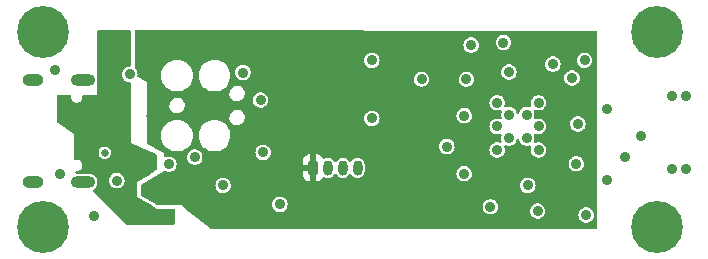
<source format=gbr>
%TF.GenerationSoftware,KiCad,Pcbnew,7.0.10*%
%TF.CreationDate,2024-02-24T20:23:48+01:00*%
%TF.ProjectId,STM32,53544d33-322e-46b6-9963-61645f706362,Rev01*%
%TF.SameCoordinates,Original*%
%TF.FileFunction,Copper,L3,Inr*%
%TF.FilePolarity,Positive*%
%FSLAX46Y46*%
G04 Gerber Fmt 4.6, Leading zero omitted, Abs format (unit mm)*
G04 Created by KiCad (PCBNEW 7.0.10) date 2024-02-24 20:23:48*
%MOMM*%
%LPD*%
G01*
G04 APERTURE LIST*
G04 Aperture macros list*
%AMRoundRect*
0 Rectangle with rounded corners*
0 $1 Rounding radius*
0 $2 $3 $4 $5 $6 $7 $8 $9 X,Y pos of 4 corners*
0 Add a 4 corners polygon primitive as box body*
4,1,4,$2,$3,$4,$5,$6,$7,$8,$9,$2,$3,0*
0 Add four circle primitives for the rounded corners*
1,1,$1+$1,$2,$3*
1,1,$1+$1,$4,$5*
1,1,$1+$1,$6,$7*
1,1,$1+$1,$8,$9*
0 Add four rect primitives between the rounded corners*
20,1,$1+$1,$2,$3,$4,$5,0*
20,1,$1+$1,$4,$5,$6,$7,0*
20,1,$1+$1,$6,$7,$8,$9,0*
20,1,$1+$1,$8,$9,$2,$3,0*%
G04 Aperture macros list end*
%TA.AperFunction,ComponentPad*%
%ADD10C,4.400000*%
%TD*%
%TA.AperFunction,ComponentPad*%
%ADD11O,2.100000X1.000000*%
%TD*%
%TA.AperFunction,ComponentPad*%
%ADD12O,1.800000X1.000000*%
%TD*%
%TA.AperFunction,ComponentPad*%
%ADD13RoundRect,0.200000X-0.200000X-0.450000X0.200000X-0.450000X0.200000X0.450000X-0.200000X0.450000X0*%
%TD*%
%TA.AperFunction,ComponentPad*%
%ADD14O,0.800000X1.300000*%
%TD*%
%TA.AperFunction,ViaPad*%
%ADD15C,0.900000*%
%TD*%
%TA.AperFunction,ViaPad*%
%ADD16C,0.650000*%
%TD*%
%TA.AperFunction,ViaPad*%
%ADD17C,1.000000*%
%TD*%
G04 APERTURE END LIST*
D10*
%TO.N,GND*%
%TO.C,H4*%
X122500000Y-50500000D03*
%TD*%
%TO.N,GND*%
%TO.C,H3*%
X122500000Y-67000000D03*
%TD*%
%TO.N,GND*%
%TO.C,H2*%
X174500000Y-67000000D03*
%TD*%
%TO.N,GND*%
%TO.C,H1*%
X174500000Y-50500000D03*
%TD*%
D11*
%TO.N,GND*%
%TO.C,J3*%
X125872107Y-54572893D03*
D12*
X121692107Y-54572893D03*
D11*
X125872107Y-63212893D03*
D12*
X121692107Y-63212893D03*
%TD*%
D13*
%TO.N,+3V3*%
%TO.C,J1*%
X145392107Y-61992893D03*
D14*
%TO.N,/UART_TXC*%
X146642107Y-61992893D03*
%TO.N,/UART_RXC*%
X147892107Y-61992893D03*
%TO.N,GND*%
X149142107Y-61992893D03*
%TD*%
D15*
%TO.N,+3V3*%
X158300000Y-59350000D03*
D16*
%TO.N,GND*%
X127746315Y-60713685D03*
D15*
X163467107Y-59492893D03*
X161967107Y-59492893D03*
X163467107Y-57492893D03*
X161967107Y-57492893D03*
X164467107Y-60492893D03*
X164467107Y-58492893D03*
X164467107Y-56492893D03*
X160967107Y-58492893D03*
X160967107Y-60492893D03*
X160967107Y-56492893D03*
X158767107Y-51617893D03*
%TO.N,+3V3*%
X146767107Y-55192893D03*
X160182551Y-54174987D03*
%TO.N,GND*%
X140934214Y-56265786D03*
X150360000Y-57822893D03*
D17*
%TO.N,+3V3*%
X131700000Y-57600000D03*
D15*
X146760000Y-57900000D03*
D17*
X167464314Y-56504314D03*
D15*
X146767107Y-64192893D03*
D17*
X144867107Y-64092893D03*
X162300000Y-65400000D03*
D15*
X164110000Y-54000000D03*
X131560000Y-63900000D03*
X143787107Y-54792893D03*
X155360000Y-57700000D03*
D17*
X131067107Y-52092893D03*
D15*
X152560000Y-57700000D03*
X143787107Y-56392893D03*
%TO.N,GND*%
X176960000Y-55900000D03*
X175760000Y-55900000D03*
X176960000Y-62100000D03*
X123960000Y-62500000D03*
X126837107Y-66112893D03*
X150360000Y-52900000D03*
X160385000Y-65300000D03*
X171760000Y-61100000D03*
X137760000Y-63500000D03*
X173160000Y-59300000D03*
X170300000Y-63000000D03*
X170300000Y-57000000D03*
X129860000Y-54100000D03*
X175760000Y-62100000D03*
X161500000Y-51400000D03*
X123560000Y-53700000D03*
D17*
%TO.N,+5V*%
X129760000Y-64900000D03*
D15*
X129067107Y-56092893D03*
X128767107Y-51992893D03*
D17*
X124500000Y-57592893D03*
D15*
%TO.N,/SWD_NRST*%
X135360000Y-61100000D03*
X141147107Y-60702893D03*
%TO.N,/SMPS_FB*%
X167800000Y-58300000D03*
X168360000Y-52900000D03*
%TO.N,/RF*%
X167660000Y-61663952D03*
X163560000Y-63500000D03*
%TO.N,/LSE_IN*%
X154560000Y-54500000D03*
X158360000Y-54500000D03*
%TO.N,/BOOT*%
X142567107Y-65092893D03*
X158167107Y-57592893D03*
%TO.N,Net-(J4-SWO)*%
X139441535Y-53941535D03*
X161960000Y-53900000D03*
%TO.N,/UART_TX*%
X156700000Y-60200000D03*
X158160000Y-62500000D03*
%TO.N,/USB_D+*%
X128767107Y-63092893D03*
X165689098Y-53228036D03*
%TO.N,/USB_D-*%
X133160000Y-61700000D03*
X167300000Y-54400000D03*
%TO.N,Net-(X1-Pad2)*%
X168500000Y-66000000D03*
X164390331Y-65669669D03*
%TD*%
%TA.AperFunction,Conductor*%
%TO.N,+5V*%
G36*
X129869798Y-50332982D02*
G01*
X129915925Y-50385462D01*
X129927496Y-50437382D01*
X129936520Y-53325113D01*
X129917045Y-53392213D01*
X129864385Y-53438133D01*
X129812521Y-53449500D01*
X129781014Y-53449500D01*
X129627634Y-53487303D01*
X129487762Y-53560715D01*
X129369516Y-53665471D01*
X129279781Y-53795475D01*
X129279780Y-53795476D01*
X129223762Y-53943181D01*
X129204722Y-54099999D01*
X129204722Y-54100000D01*
X129223762Y-54256818D01*
X129267075Y-54371022D01*
X129279780Y-54404523D01*
X129369517Y-54534530D01*
X129487760Y-54639283D01*
X129487762Y-54639284D01*
X129627634Y-54712696D01*
X129781014Y-54750500D01*
X129817361Y-54750500D01*
X129884400Y-54770185D01*
X129930155Y-54822989D01*
X129941360Y-54874112D01*
X129957106Y-59912892D01*
X129957107Y-59912893D01*
X132073756Y-60860069D01*
X132126907Y-60905419D01*
X132147103Y-60972306D01*
X132147107Y-60973253D01*
X132147107Y-62124343D01*
X132127422Y-62191382D01*
X132089057Y-62229351D01*
X131364021Y-62684709D01*
X130507107Y-63222893D01*
X130507107Y-64502893D01*
X131571572Y-65108426D01*
X132177106Y-65452893D01*
X132188011Y-65452964D01*
X133583919Y-65462087D01*
X133650827Y-65482209D01*
X133696236Y-65535311D01*
X133707107Y-65586084D01*
X133707107Y-66688893D01*
X133687422Y-66755932D01*
X133634618Y-66801687D01*
X133583107Y-66812893D01*
X129599206Y-66812893D01*
X129532167Y-66793208D01*
X129510642Y-66775682D01*
X126782438Y-63991674D01*
X126749575Y-63930015D01*
X126755265Y-63860378D01*
X126797700Y-63804871D01*
X126800520Y-63802864D01*
X126890036Y-63741076D01*
X127002841Y-63613745D01*
X127081897Y-63463118D01*
X127122607Y-63297949D01*
X127122607Y-63127837D01*
X127113994Y-63092893D01*
X128111829Y-63092893D01*
X128130869Y-63249711D01*
X128149164Y-63297949D01*
X128186887Y-63397416D01*
X128276624Y-63527423D01*
X128394867Y-63632176D01*
X128394869Y-63632177D01*
X128534741Y-63705589D01*
X128688121Y-63743393D01*
X128688122Y-63743393D01*
X128846092Y-63743393D01*
X128999472Y-63705589D01*
X129139347Y-63632176D01*
X129257590Y-63527423D01*
X129347327Y-63397416D01*
X129403344Y-63249711D01*
X129422385Y-63092893D01*
X129403344Y-62936075D01*
X129347327Y-62788370D01*
X129257590Y-62658363D01*
X129139347Y-62553610D01*
X129139345Y-62553609D01*
X129139344Y-62553608D01*
X128999472Y-62480196D01*
X128846093Y-62442393D01*
X128846092Y-62442393D01*
X128688122Y-62442393D01*
X128688121Y-62442393D01*
X128534741Y-62480196D01*
X128394869Y-62553608D01*
X128276623Y-62658364D01*
X128186888Y-62788368D01*
X128186887Y-62788369D01*
X128130869Y-62936074D01*
X128111829Y-63092892D01*
X128111829Y-63092893D01*
X127113994Y-63092893D01*
X127081897Y-62962668D01*
X127067129Y-62934530D01*
X127002843Y-62812043D01*
X126981870Y-62788370D01*
X126890036Y-62684710D01*
X126840284Y-62650368D01*
X126750038Y-62588075D01*
X126590981Y-62527753D01*
X126590975Y-62527752D01*
X126464481Y-62512393D01*
X126464479Y-62512393D01*
X125384908Y-62512393D01*
X125317869Y-62492708D01*
X125296346Y-62475184D01*
X125290466Y-62469184D01*
X125257602Y-62407526D01*
X125263290Y-62337888D01*
X125305724Y-62282380D01*
X125371432Y-62258626D01*
X125379028Y-62258393D01*
X125406115Y-62258393D01*
X125406118Y-62258393D01*
X125507449Y-62243824D01*
X125604994Y-62199276D01*
X125631821Y-62187025D01*
X125631821Y-62187024D01*
X125631825Y-62187023D01*
X125735162Y-62097482D01*
X125809085Y-61982454D01*
X125847607Y-61851260D01*
X125847607Y-61714526D01*
X125809085Y-61583333D01*
X125809086Y-61583333D01*
X125735164Y-61468306D01*
X125735160Y-61468302D01*
X125631828Y-61378765D01*
X125631821Y-61378760D01*
X125507452Y-61321963D01*
X125507450Y-61321962D01*
X125507449Y-61321962D01*
X125507444Y-61321961D01*
X125507443Y-61321961D01*
X125406118Y-61307393D01*
X125338096Y-61307393D01*
X125338092Y-61307393D01*
X125285218Y-61314995D01*
X125216060Y-61305051D01*
X125163257Y-61259295D01*
X125143574Y-61192647D01*
X125142077Y-60713685D01*
X127216280Y-60713685D01*
X127234341Y-60850866D01*
X127234342Y-60850871D01*
X127287289Y-60978700D01*
X127287290Y-60978702D01*
X127287291Y-60978703D01*
X127371524Y-61088476D01*
X127481297Y-61172709D01*
X127609132Y-61225659D01*
X127732017Y-61241837D01*
X127746314Y-61243720D01*
X127746315Y-61243720D01*
X127746316Y-61243720D01*
X127759262Y-61242015D01*
X127883498Y-61225659D01*
X128011333Y-61172709D01*
X128121106Y-61088476D01*
X128205339Y-60978703D01*
X128258289Y-60850868D01*
X128276350Y-60713685D01*
X128258289Y-60576502D01*
X128205339Y-60448668D01*
X128121106Y-60338894D01*
X128121104Y-60338893D01*
X128121104Y-60338892D01*
X128011330Y-60254659D01*
X127883501Y-60201712D01*
X127883499Y-60201711D01*
X127883498Y-60201711D01*
X127792042Y-60189670D01*
X127746316Y-60183650D01*
X127746314Y-60183650D01*
X127677723Y-60192680D01*
X127609132Y-60201711D01*
X127609131Y-60201711D01*
X127609128Y-60201712D01*
X127481300Y-60254659D01*
X127371524Y-60338894D01*
X127287289Y-60448670D01*
X127234342Y-60576498D01*
X127234341Y-60576503D01*
X127216280Y-60713684D01*
X127216280Y-60713685D01*
X125142077Y-60713685D01*
X125137107Y-59122893D01*
X125137106Y-59122892D01*
X123744959Y-58239599D01*
X123698898Y-58187062D01*
X123687392Y-58134379D01*
X123694292Y-56478392D01*
X123696590Y-55926736D01*
X123716554Y-55859784D01*
X123769548Y-55814249D01*
X123820953Y-55803258D01*
X124772975Y-55806066D01*
X124839954Y-55825948D01*
X124885553Y-55878886D01*
X124896607Y-55930065D01*
X124896607Y-56071260D01*
X124935128Y-56202452D01*
X124935127Y-56202452D01*
X125009049Y-56317479D01*
X125009053Y-56317483D01*
X125112385Y-56407020D01*
X125112392Y-56407025D01*
X125209934Y-56451570D01*
X125236765Y-56463824D01*
X125338096Y-56478393D01*
X125338099Y-56478393D01*
X125406115Y-56478393D01*
X125406118Y-56478393D01*
X125507449Y-56463824D01*
X125631825Y-56407023D01*
X125735162Y-56317482D01*
X125809085Y-56202454D01*
X125847607Y-56071260D01*
X125847607Y-55934526D01*
X125847607Y-55933602D01*
X125867292Y-55866563D01*
X125920096Y-55820808D01*
X125971970Y-55809603D01*
X127080805Y-55812874D01*
X127087106Y-55812893D01*
X127087106Y-55812892D01*
X127087107Y-55812893D01*
X127089226Y-54808168D01*
X127092827Y-54778769D01*
X127122607Y-54657949D01*
X127122607Y-54487837D01*
X127093814Y-54371021D01*
X127090212Y-54341085D01*
X127090721Y-54099999D01*
X127097107Y-51072893D01*
X127097107Y-50456019D01*
X127116792Y-50388980D01*
X127169596Y-50343225D01*
X127220226Y-50332022D01*
X129802623Y-50313772D01*
X129869798Y-50332982D01*
G37*
%TD.AperFunction*%
%TD*%
%TA.AperFunction,Conductor*%
%TO.N,+3V3*%
G36*
X169323424Y-50402577D02*
G01*
X169390413Y-50422433D01*
X169436033Y-50475354D01*
X169447107Y-50526577D01*
X169447107Y-67038893D01*
X169427422Y-67105932D01*
X169374618Y-67151687D01*
X169323107Y-67162893D01*
X136721745Y-67162893D01*
X136654706Y-67143208D01*
X136642711Y-67134442D01*
X134915292Y-65705589D01*
X134247107Y-65152893D01*
X134247105Y-65152893D01*
X132239081Y-65152893D01*
X132179119Y-65137431D01*
X132098500Y-65092893D01*
X141911829Y-65092893D01*
X141930869Y-65249711D01*
X141983052Y-65387303D01*
X141986887Y-65397416D01*
X142076624Y-65527423D01*
X142194867Y-65632176D01*
X142194869Y-65632177D01*
X142334741Y-65705589D01*
X142488121Y-65743393D01*
X142488122Y-65743393D01*
X142646092Y-65743393D01*
X142799472Y-65705589D01*
X142939347Y-65632176D01*
X143057590Y-65527423D01*
X143147327Y-65397416D01*
X143184272Y-65300000D01*
X159729722Y-65300000D01*
X159748762Y-65456818D01*
X159797787Y-65586084D01*
X159804780Y-65604523D01*
X159894517Y-65734530D01*
X160012760Y-65839283D01*
X160012762Y-65839284D01*
X160152634Y-65912696D01*
X160306014Y-65950500D01*
X160306015Y-65950500D01*
X160463985Y-65950500D01*
X160617365Y-65912696D01*
X160757240Y-65839283D01*
X160875483Y-65734530D01*
X160920253Y-65669669D01*
X163735053Y-65669669D01*
X163754093Y-65826487D01*
X163801126Y-65950500D01*
X163810111Y-65974192D01*
X163899848Y-66104199D01*
X164018091Y-66208952D01*
X164018093Y-66208953D01*
X164157965Y-66282365D01*
X164311345Y-66320169D01*
X164311346Y-66320169D01*
X164469316Y-66320169D01*
X164622696Y-66282365D01*
X164762571Y-66208952D01*
X164880814Y-66104199D01*
X164952737Y-66000000D01*
X167844722Y-66000000D01*
X167863762Y-66156818D01*
X167919780Y-66304523D01*
X168009517Y-66434530D01*
X168127760Y-66539283D01*
X168127762Y-66539284D01*
X168267634Y-66612696D01*
X168421014Y-66650500D01*
X168421015Y-66650500D01*
X168578985Y-66650500D01*
X168732365Y-66612696D01*
X168872240Y-66539283D01*
X168990483Y-66434530D01*
X169080220Y-66304523D01*
X169136237Y-66156818D01*
X169155278Y-66000000D01*
X169152145Y-65974193D01*
X169136237Y-65843181D01*
X169098392Y-65743393D01*
X169080220Y-65695477D01*
X168990483Y-65565470D01*
X168872240Y-65460717D01*
X168872238Y-65460716D01*
X168872237Y-65460715D01*
X168732365Y-65387303D01*
X168578986Y-65349500D01*
X168578985Y-65349500D01*
X168421015Y-65349500D01*
X168421014Y-65349500D01*
X168267634Y-65387303D01*
X168127762Y-65460715D01*
X168009516Y-65565471D01*
X167919781Y-65695475D01*
X167919780Y-65695476D01*
X167863762Y-65843181D01*
X167844722Y-65999999D01*
X167844722Y-66000000D01*
X164952737Y-66000000D01*
X164970551Y-65974192D01*
X165026568Y-65826487D01*
X165045609Y-65669669D01*
X165026568Y-65512851D01*
X164970551Y-65365146D01*
X164880814Y-65235139D01*
X164762571Y-65130386D01*
X164762569Y-65130385D01*
X164762568Y-65130384D01*
X164622696Y-65056972D01*
X164469317Y-65019169D01*
X164469316Y-65019169D01*
X164311346Y-65019169D01*
X164311345Y-65019169D01*
X164157965Y-65056972D01*
X164018093Y-65130384D01*
X163899847Y-65235140D01*
X163810112Y-65365144D01*
X163810111Y-65365145D01*
X163754093Y-65512850D01*
X163735053Y-65669668D01*
X163735053Y-65669669D01*
X160920253Y-65669669D01*
X160965220Y-65604523D01*
X161021237Y-65456818D01*
X161040278Y-65300000D01*
X161033934Y-65247747D01*
X161021237Y-65143181D01*
X160974205Y-65019169D01*
X160965220Y-64995477D01*
X160875483Y-64865470D01*
X160757240Y-64760717D01*
X160757238Y-64760716D01*
X160757237Y-64760715D01*
X160617365Y-64687303D01*
X160463986Y-64649500D01*
X160463985Y-64649500D01*
X160306015Y-64649500D01*
X160306014Y-64649500D01*
X160152634Y-64687303D01*
X160012762Y-64760715D01*
X159894516Y-64865471D01*
X159804781Y-64995475D01*
X159804780Y-64995476D01*
X159748762Y-65143181D01*
X159729722Y-65299999D01*
X159729722Y-65300000D01*
X143184272Y-65300000D01*
X143203344Y-65249711D01*
X143222385Y-65092893D01*
X143218024Y-65056972D01*
X143203344Y-64936074D01*
X143176567Y-64865470D01*
X143147327Y-64788370D01*
X143057590Y-64658363D01*
X142939347Y-64553610D01*
X142939345Y-64553609D01*
X142939344Y-64553608D01*
X142799472Y-64480196D01*
X142646093Y-64442393D01*
X142646092Y-64442393D01*
X142488122Y-64442393D01*
X142488121Y-64442393D01*
X142334741Y-64480196D01*
X142194869Y-64553608D01*
X142076623Y-64658364D01*
X141986888Y-64788368D01*
X141986887Y-64788369D01*
X141930869Y-64936074D01*
X141911829Y-65092892D01*
X141911829Y-65092893D01*
X132098500Y-65092893D01*
X130841145Y-64398270D01*
X130791984Y-64348622D01*
X130777107Y-64289732D01*
X130777107Y-63543526D01*
X130789888Y-63500000D01*
X137104722Y-63500000D01*
X137123762Y-63656818D01*
X137161542Y-63756433D01*
X137179780Y-63804523D01*
X137269517Y-63934530D01*
X137387760Y-64039283D01*
X137387762Y-64039284D01*
X137527634Y-64112696D01*
X137681014Y-64150500D01*
X137681015Y-64150500D01*
X137838985Y-64150500D01*
X137992365Y-64112696D01*
X138038790Y-64088330D01*
X138132240Y-64039283D01*
X138250483Y-63934530D01*
X138340220Y-63804523D01*
X138396237Y-63656818D01*
X138415278Y-63500000D01*
X162904722Y-63500000D01*
X162923762Y-63656818D01*
X162961542Y-63756433D01*
X162979780Y-63804523D01*
X163069517Y-63934530D01*
X163187760Y-64039283D01*
X163187762Y-64039284D01*
X163327634Y-64112696D01*
X163481014Y-64150500D01*
X163481015Y-64150500D01*
X163638985Y-64150500D01*
X163792365Y-64112696D01*
X163838790Y-64088330D01*
X163932240Y-64039283D01*
X164050483Y-63934530D01*
X164140220Y-63804523D01*
X164196237Y-63656818D01*
X164215278Y-63500000D01*
X164207613Y-63436868D01*
X164196237Y-63343181D01*
X164169619Y-63272995D01*
X164140220Y-63195477D01*
X164050483Y-63065470D01*
X163932240Y-62960717D01*
X163932238Y-62960716D01*
X163932237Y-62960715D01*
X163792365Y-62887303D01*
X163638986Y-62849500D01*
X163638985Y-62849500D01*
X163481015Y-62849500D01*
X163481014Y-62849500D01*
X163327634Y-62887303D01*
X163187762Y-62960715D01*
X163069516Y-63065471D01*
X162979781Y-63195475D01*
X162979780Y-63195476D01*
X162923762Y-63343181D01*
X162904722Y-63499999D01*
X162904722Y-63500000D01*
X138415278Y-63500000D01*
X138407613Y-63436868D01*
X138396237Y-63343181D01*
X138369619Y-63272995D01*
X138340220Y-63195477D01*
X138250483Y-63065470D01*
X138132240Y-62960717D01*
X138132238Y-62960716D01*
X138132237Y-62960715D01*
X137992365Y-62887303D01*
X137838986Y-62849500D01*
X137838985Y-62849500D01*
X137681015Y-62849500D01*
X137681014Y-62849500D01*
X137527634Y-62887303D01*
X137387762Y-62960715D01*
X137269516Y-63065471D01*
X137179781Y-63195475D01*
X137179780Y-63195476D01*
X137123762Y-63343181D01*
X137104722Y-63499999D01*
X137104722Y-63500000D01*
X130789888Y-63500000D01*
X130796792Y-63476487D01*
X130837860Y-63436868D01*
X132765205Y-62294020D01*
X132832908Y-62276760D01*
X132886075Y-62290884D01*
X132927634Y-62312696D01*
X133081014Y-62350500D01*
X133081015Y-62350500D01*
X133238985Y-62350500D01*
X133392365Y-62312696D01*
X133525362Y-62242893D01*
X144492108Y-62242893D01*
X144492108Y-62499475D01*
X144498515Y-62569995D01*
X144498516Y-62570000D01*
X144549088Y-62732289D01*
X144637034Y-62877770D01*
X144757229Y-62997965D01*
X144902711Y-63085912D01*
X144902710Y-63085912D01*
X145065001Y-63136483D01*
X145065000Y-63136483D01*
X145135515Y-63142891D01*
X145135533Y-63142892D01*
X145142106Y-63142891D01*
X145142107Y-63142891D01*
X145142107Y-62242893D01*
X144492108Y-62242893D01*
X133525362Y-62242893D01*
X133532240Y-62239283D01*
X133650483Y-62134530D01*
X133740220Y-62004523D01*
X133744631Y-61992893D01*
X145137209Y-61992893D01*
X145156612Y-62090438D01*
X145211867Y-62173133D01*
X145294562Y-62228388D01*
X145367483Y-62242893D01*
X145416731Y-62242893D01*
X145489652Y-62228388D01*
X145572347Y-62173133D01*
X145627602Y-62090438D01*
X145642107Y-62017516D01*
X145642107Y-63142892D01*
X145648688Y-63142892D01*
X145719209Y-63136484D01*
X145719214Y-63136483D01*
X145881503Y-63085911D01*
X146026984Y-62997965D01*
X146147178Y-62877771D01*
X146147181Y-62877767D01*
X146183866Y-62817083D01*
X146235393Y-62769895D01*
X146304252Y-62758056D01*
X146337436Y-62766671D01*
X146339266Y-62767429D01*
X146485345Y-62827937D01*
X146563726Y-62838256D01*
X146642106Y-62848575D01*
X146642107Y-62848575D01*
X146642108Y-62848575D01*
X146709861Y-62839655D01*
X146798869Y-62827937D01*
X146944948Y-62767429D01*
X147070389Y-62671175D01*
X147166643Y-62545734D01*
X147166642Y-62545734D01*
X147168731Y-62543013D01*
X147225159Y-62501810D01*
X147294905Y-62497655D01*
X147355825Y-62531867D01*
X147365483Y-62543013D01*
X147452808Y-62656818D01*
X147463825Y-62671175D01*
X147589266Y-62767429D01*
X147735345Y-62827937D01*
X147813726Y-62838256D01*
X147892106Y-62848575D01*
X147892107Y-62848575D01*
X147892108Y-62848575D01*
X147959861Y-62839655D01*
X148048869Y-62827937D01*
X148194948Y-62767429D01*
X148320389Y-62671175D01*
X148416643Y-62545734D01*
X148416642Y-62545734D01*
X148418731Y-62543013D01*
X148475159Y-62501810D01*
X148544905Y-62497655D01*
X148605825Y-62531867D01*
X148615483Y-62543013D01*
X148702808Y-62656818D01*
X148713825Y-62671175D01*
X148839266Y-62767429D01*
X148985345Y-62827937D01*
X149063726Y-62838256D01*
X149142106Y-62848575D01*
X149142107Y-62848575D01*
X149142108Y-62848575D01*
X149209861Y-62839655D01*
X149298869Y-62827937D01*
X149444948Y-62767429D01*
X149570389Y-62671175D01*
X149666643Y-62545734D01*
X149685587Y-62500000D01*
X157504722Y-62500000D01*
X157523762Y-62656818D01*
X157565712Y-62767429D01*
X157579780Y-62804523D01*
X157669517Y-62934530D01*
X157787760Y-63039283D01*
X157787762Y-63039284D01*
X157927634Y-63112696D01*
X158081014Y-63150500D01*
X158081015Y-63150500D01*
X158238985Y-63150500D01*
X158392365Y-63112696D01*
X158443399Y-63085911D01*
X158532240Y-63039283D01*
X158650483Y-62934530D01*
X158740220Y-62804523D01*
X158796237Y-62656818D01*
X158815278Y-62500000D01*
X158802019Y-62390797D01*
X158796237Y-62343181D01*
X158774992Y-62287164D01*
X158740220Y-62195477D01*
X158650483Y-62065470D01*
X158532240Y-61960717D01*
X158532238Y-61960716D01*
X158532237Y-61960715D01*
X158392365Y-61887303D01*
X158238986Y-61849500D01*
X158238985Y-61849500D01*
X158081015Y-61849500D01*
X158081014Y-61849500D01*
X157927634Y-61887303D01*
X157787762Y-61960715D01*
X157669516Y-62065471D01*
X157579781Y-62195475D01*
X157579780Y-62195476D01*
X157523762Y-62343181D01*
X157504722Y-62499999D01*
X157504722Y-62500000D01*
X149685587Y-62500000D01*
X149727151Y-62399655D01*
X149742607Y-62282254D01*
X149742607Y-61703532D01*
X149737396Y-61663952D01*
X167004722Y-61663952D01*
X167023762Y-61820770D01*
X167052373Y-61896209D01*
X167079780Y-61968475D01*
X167169517Y-62098482D01*
X167287760Y-62203235D01*
X167287762Y-62203236D01*
X167427634Y-62276648D01*
X167581014Y-62314452D01*
X167581015Y-62314452D01*
X167738985Y-62314452D01*
X167892365Y-62276648D01*
X168032240Y-62203235D01*
X168150483Y-62098482D01*
X168240220Y-61968475D01*
X168296237Y-61820770D01*
X168315278Y-61663952D01*
X168299564Y-61534530D01*
X168296237Y-61507133D01*
X168253891Y-61395477D01*
X168240220Y-61359429D01*
X168150483Y-61229422D01*
X168032240Y-61124669D01*
X168032238Y-61124668D01*
X168032237Y-61124667D01*
X167892365Y-61051255D01*
X167738986Y-61013452D01*
X167738985Y-61013452D01*
X167581015Y-61013452D01*
X167581014Y-61013452D01*
X167427634Y-61051255D01*
X167287762Y-61124667D01*
X167266625Y-61143393D01*
X167181153Y-61219114D01*
X167169516Y-61229423D01*
X167079781Y-61359427D01*
X167079780Y-61359428D01*
X167023762Y-61507133D01*
X167004722Y-61663951D01*
X167004722Y-61663952D01*
X149737396Y-61663952D01*
X149727151Y-61586131D01*
X149666643Y-61440052D01*
X149570389Y-61314611D01*
X149444948Y-61218357D01*
X149389300Y-61195307D01*
X149298869Y-61157849D01*
X149298867Y-61157848D01*
X149142108Y-61137211D01*
X149142106Y-61137211D01*
X148985346Y-61157848D01*
X148985344Y-61157849D01*
X148839267Y-61218356D01*
X148713825Y-61314611D01*
X148615483Y-61442773D01*
X148559054Y-61483975D01*
X148489308Y-61488130D01*
X148428388Y-61453917D01*
X148418731Y-61442773D01*
X148389381Y-61404524D01*
X148320389Y-61314611D01*
X148194948Y-61218357D01*
X148139300Y-61195307D01*
X148048869Y-61157849D01*
X148048867Y-61157848D01*
X147892108Y-61137211D01*
X147892106Y-61137211D01*
X147735346Y-61157848D01*
X147735344Y-61157849D01*
X147589267Y-61218356D01*
X147463825Y-61314611D01*
X147365483Y-61442773D01*
X147309054Y-61483975D01*
X147239308Y-61488130D01*
X147178388Y-61453917D01*
X147168731Y-61442773D01*
X147139381Y-61404524D01*
X147070389Y-61314611D01*
X146944948Y-61218357D01*
X146889300Y-61195307D01*
X146798869Y-61157849D01*
X146798867Y-61157848D01*
X146642108Y-61137211D01*
X146642106Y-61137211D01*
X146485346Y-61157848D01*
X146485341Y-61157850D01*
X146337435Y-61219114D01*
X146267966Y-61226583D01*
X146205487Y-61195307D01*
X146183866Y-61168703D01*
X146147179Y-61108015D01*
X146026984Y-60987820D01*
X145881502Y-60899873D01*
X145881503Y-60899873D01*
X145719212Y-60849302D01*
X145719213Y-60849302D01*
X145648679Y-60842893D01*
X145642107Y-60842893D01*
X145642107Y-61968269D01*
X145627602Y-61895348D01*
X145572347Y-61812653D01*
X145489652Y-61757398D01*
X145416731Y-61742893D01*
X145367483Y-61742893D01*
X145294562Y-61757398D01*
X145211867Y-61812653D01*
X145156612Y-61895348D01*
X145137209Y-61992893D01*
X133744631Y-61992893D01*
X133796237Y-61856818D01*
X133815278Y-61700000D01*
X133796237Y-61543182D01*
X133782565Y-61507133D01*
X133743651Y-61404524D01*
X133740220Y-61395477D01*
X133650483Y-61265470D01*
X133532240Y-61160717D01*
X133532238Y-61160716D01*
X133532237Y-61160715D01*
X133416557Y-61100000D01*
X134704722Y-61100000D01*
X134723762Y-61256818D01*
X134776349Y-61395476D01*
X134779780Y-61404523D01*
X134869517Y-61534530D01*
X134987760Y-61639283D01*
X134987762Y-61639284D01*
X135127634Y-61712696D01*
X135281014Y-61750500D01*
X135281015Y-61750500D01*
X135438985Y-61750500D01*
X135469848Y-61742893D01*
X144492107Y-61742893D01*
X145142107Y-61742893D01*
X145142107Y-60842893D01*
X145142106Y-60842892D01*
X145135543Y-60842893D01*
X145135524Y-60842894D01*
X145065004Y-60849301D01*
X145064999Y-60849302D01*
X144902710Y-60899874D01*
X144757229Y-60987820D01*
X144637034Y-61108015D01*
X144549087Y-61253497D01*
X144498516Y-61415786D01*
X144492107Y-61486320D01*
X144492107Y-61742893D01*
X135469848Y-61742893D01*
X135592365Y-61712696D01*
X135616557Y-61699999D01*
X135732240Y-61639283D01*
X135850483Y-61534530D01*
X135940220Y-61404523D01*
X135996237Y-61256818D01*
X136015278Y-61100000D01*
X136013955Y-61089099D01*
X135996237Y-60943181D01*
X135960633Y-60849302D01*
X135940220Y-60795477D01*
X135876314Y-60702893D01*
X140491829Y-60702893D01*
X140510869Y-60859711D01*
X140559455Y-60987820D01*
X140566887Y-61007416D01*
X140656624Y-61137423D01*
X140774867Y-61242176D01*
X140774869Y-61242177D01*
X140914741Y-61315589D01*
X141068121Y-61353393D01*
X141068122Y-61353393D01*
X141226092Y-61353393D01*
X141379472Y-61315589D01*
X141381335Y-61314611D01*
X141519347Y-61242176D01*
X141637590Y-61137423D01*
X141727327Y-61007416D01*
X141783344Y-60859711D01*
X141802385Y-60702893D01*
X141783344Y-60546075D01*
X141779926Y-60537063D01*
X141742404Y-60438125D01*
X141727327Y-60398370D01*
X141637590Y-60268363D01*
X141560423Y-60200000D01*
X156044722Y-60200000D01*
X156063762Y-60356818D01*
X156113249Y-60487303D01*
X156119780Y-60504523D01*
X156209517Y-60634530D01*
X156327760Y-60739283D01*
X156327762Y-60739284D01*
X156467634Y-60812696D01*
X156621014Y-60850500D01*
X156621015Y-60850500D01*
X156778985Y-60850500D01*
X156932365Y-60812696D01*
X156961848Y-60797222D01*
X157072240Y-60739283D01*
X157190483Y-60634530D01*
X157280220Y-60504523D01*
X157284631Y-60492893D01*
X160311829Y-60492893D01*
X160330869Y-60649711D01*
X160364840Y-60739283D01*
X160386887Y-60797416D01*
X160476624Y-60927423D01*
X160594867Y-61032176D01*
X160594869Y-61032177D01*
X160734741Y-61105589D01*
X160888121Y-61143393D01*
X160888122Y-61143393D01*
X161046092Y-61143393D01*
X161199472Y-61105589D01*
X161223353Y-61093055D01*
X161339347Y-61032176D01*
X161457590Y-60927423D01*
X161547327Y-60797416D01*
X161603344Y-60649711D01*
X161622385Y-60492893D01*
X161603344Y-60336075D01*
X161576872Y-60266276D01*
X161571506Y-60196614D01*
X161604653Y-60135108D01*
X161665791Y-60101287D01*
X161727079Y-60105331D01*
X161727458Y-60103794D01*
X161888121Y-60143393D01*
X161888122Y-60143393D01*
X162046092Y-60143393D01*
X162199472Y-60105589D01*
X162208229Y-60100993D01*
X162339347Y-60032176D01*
X162457590Y-59927423D01*
X162547327Y-59797416D01*
X162601165Y-59655457D01*
X162643343Y-59599754D01*
X162708941Y-59575697D01*
X162777131Y-59590924D01*
X162826264Y-59640600D01*
X162833049Y-59655457D01*
X162874772Y-59765471D01*
X162886887Y-59797416D01*
X162976624Y-59927423D01*
X163094867Y-60032176D01*
X163094869Y-60032177D01*
X163234741Y-60105589D01*
X163388121Y-60143393D01*
X163388122Y-60143393D01*
X163546092Y-60143393D01*
X163706756Y-60103794D01*
X163707204Y-60105614D01*
X163767071Y-60100993D01*
X163828583Y-60134131D01*
X163862413Y-60195264D01*
X163857823Y-60264983D01*
X163857340Y-60266276D01*
X163830870Y-60336071D01*
X163830870Y-60336073D01*
X163811829Y-60492892D01*
X163811829Y-60492893D01*
X163830869Y-60649711D01*
X163864840Y-60739283D01*
X163886887Y-60797416D01*
X163976624Y-60927423D01*
X164094867Y-61032176D01*
X164094869Y-61032177D01*
X164234741Y-61105589D01*
X164388121Y-61143393D01*
X164388122Y-61143393D01*
X164546092Y-61143393D01*
X164699472Y-61105589D01*
X164723353Y-61093055D01*
X164839347Y-61032176D01*
X164957590Y-60927423D01*
X165047327Y-60797416D01*
X165103344Y-60649711D01*
X165122385Y-60492893D01*
X165103344Y-60336075D01*
X165103343Y-60336073D01*
X165077664Y-60268363D01*
X165047327Y-60188370D01*
X164957590Y-60058363D01*
X164839347Y-59953610D01*
X164839345Y-59953609D01*
X164839344Y-59953608D01*
X164699472Y-59880196D01*
X164546093Y-59842393D01*
X164546092Y-59842393D01*
X164388122Y-59842393D01*
X164388121Y-59842393D01*
X164227458Y-59881992D01*
X164227010Y-59880176D01*
X164167112Y-59884786D01*
X164105609Y-59851633D01*
X164071793Y-59790492D01*
X164076401Y-59720774D01*
X164076821Y-59719644D01*
X164103344Y-59649711D01*
X164122385Y-59492893D01*
X164103344Y-59336075D01*
X164076872Y-59266276D01*
X164071506Y-59196614D01*
X164104653Y-59135108D01*
X164165791Y-59101287D01*
X164227079Y-59105331D01*
X164227458Y-59103794D01*
X164388121Y-59143393D01*
X164388122Y-59143393D01*
X164546092Y-59143393D01*
X164699472Y-59105589D01*
X164708229Y-59100993D01*
X164839347Y-59032176D01*
X164957590Y-58927423D01*
X165047327Y-58797416D01*
X165103344Y-58649711D01*
X165122385Y-58492893D01*
X165108858Y-58381483D01*
X165103344Y-58336074D01*
X165089662Y-58300000D01*
X167144722Y-58300000D01*
X167163762Y-58456818D01*
X167177444Y-58492893D01*
X167219780Y-58604523D01*
X167309517Y-58734530D01*
X167427760Y-58839283D01*
X167427762Y-58839284D01*
X167567634Y-58912696D01*
X167721014Y-58950500D01*
X167721015Y-58950500D01*
X167878985Y-58950500D01*
X168032365Y-58912696D01*
X168086089Y-58884499D01*
X168172240Y-58839283D01*
X168290483Y-58734530D01*
X168380220Y-58604523D01*
X168436237Y-58456818D01*
X168455278Y-58300000D01*
X168452561Y-58277619D01*
X168436237Y-58143181D01*
X168392614Y-58028158D01*
X168380220Y-57995477D01*
X168290483Y-57865470D01*
X168172240Y-57760717D01*
X168172238Y-57760716D01*
X168172237Y-57760715D01*
X168032365Y-57687303D01*
X167878986Y-57649500D01*
X167878985Y-57649500D01*
X167721015Y-57649500D01*
X167721014Y-57649500D01*
X167567634Y-57687303D01*
X167427762Y-57760715D01*
X167309516Y-57865471D01*
X167219781Y-57995475D01*
X167219780Y-57995476D01*
X167163762Y-58143181D01*
X167144722Y-58299999D01*
X167144722Y-58300000D01*
X165089662Y-58300000D01*
X165081173Y-58277616D01*
X165047327Y-58188370D01*
X164957590Y-58058363D01*
X164839347Y-57953610D01*
X164839345Y-57953609D01*
X164839344Y-57953608D01*
X164699472Y-57880196D01*
X164546093Y-57842393D01*
X164546092Y-57842393D01*
X164388122Y-57842393D01*
X164388121Y-57842393D01*
X164227458Y-57881992D01*
X164227010Y-57880176D01*
X164167112Y-57884786D01*
X164105609Y-57851633D01*
X164071793Y-57790492D01*
X164076401Y-57720774D01*
X164076821Y-57719644D01*
X164103344Y-57649711D01*
X164122385Y-57492893D01*
X164103344Y-57336075D01*
X164076872Y-57266276D01*
X164071506Y-57196614D01*
X164104653Y-57135108D01*
X164165791Y-57101287D01*
X164227079Y-57105331D01*
X164227458Y-57103794D01*
X164388121Y-57143393D01*
X164388122Y-57143393D01*
X164546092Y-57143393D01*
X164699472Y-57105589D01*
X164741008Y-57083789D01*
X164839347Y-57032176D01*
X164957590Y-56927423D01*
X165047327Y-56797416D01*
X165103344Y-56649711D01*
X165122385Y-56492893D01*
X165118130Y-56457845D01*
X165103344Y-56336074D01*
X165076687Y-56265786D01*
X165047327Y-56188370D01*
X164957590Y-56058363D01*
X164839347Y-55953610D01*
X164839345Y-55953609D01*
X164839344Y-55953608D01*
X164699472Y-55880196D01*
X164546093Y-55842393D01*
X164546092Y-55842393D01*
X164388122Y-55842393D01*
X164388121Y-55842393D01*
X164234741Y-55880196D01*
X164094869Y-55953608D01*
X163976623Y-56058364D01*
X163886888Y-56188368D01*
X163886887Y-56188369D01*
X163830869Y-56336074D01*
X163811829Y-56492892D01*
X163811829Y-56492893D01*
X163830870Y-56649711D01*
X163857340Y-56719508D01*
X163862707Y-56789171D01*
X163829559Y-56850678D01*
X163768421Y-56884499D01*
X163707135Y-56880453D01*
X163706756Y-56881992D01*
X163546093Y-56842393D01*
X163546092Y-56842393D01*
X163388122Y-56842393D01*
X163388121Y-56842393D01*
X163234741Y-56880196D01*
X163094869Y-56953608D01*
X162976623Y-57058364D01*
X162886888Y-57188367D01*
X162833049Y-57330329D01*
X162790871Y-57386031D01*
X162725273Y-57410088D01*
X162657083Y-57394861D01*
X162607950Y-57345185D01*
X162601165Y-57330329D01*
X162585252Y-57288370D01*
X162547327Y-57188370D01*
X162457590Y-57058363D01*
X162339347Y-56953610D01*
X162339345Y-56953609D01*
X162339344Y-56953608D01*
X162199472Y-56880196D01*
X162046093Y-56842393D01*
X162046092Y-56842393D01*
X161888122Y-56842393D01*
X161888121Y-56842393D01*
X161727458Y-56881992D01*
X161727010Y-56880176D01*
X161667112Y-56884786D01*
X161605609Y-56851633D01*
X161571793Y-56790492D01*
X161576401Y-56720774D01*
X161576821Y-56719644D01*
X161603344Y-56649711D01*
X161622385Y-56492893D01*
X161618130Y-56457845D01*
X161603344Y-56336074D01*
X161576687Y-56265786D01*
X161547327Y-56188370D01*
X161457590Y-56058363D01*
X161339347Y-55953610D01*
X161339345Y-55953609D01*
X161339344Y-55953608D01*
X161199472Y-55880196D01*
X161046093Y-55842393D01*
X161046092Y-55842393D01*
X160888122Y-55842393D01*
X160888121Y-55842393D01*
X160734741Y-55880196D01*
X160594869Y-55953608D01*
X160476623Y-56058364D01*
X160386888Y-56188368D01*
X160386887Y-56188369D01*
X160330869Y-56336074D01*
X160311829Y-56492892D01*
X160311829Y-56492893D01*
X160330869Y-56649711D01*
X160378715Y-56775868D01*
X160386887Y-56797416D01*
X160476624Y-56927423D01*
X160594867Y-57032176D01*
X160594869Y-57032177D01*
X160734741Y-57105589D01*
X160888121Y-57143393D01*
X160888122Y-57143393D01*
X161046092Y-57143393D01*
X161206756Y-57103794D01*
X161207204Y-57105614D01*
X161267071Y-57100993D01*
X161328583Y-57134131D01*
X161362413Y-57195264D01*
X161357823Y-57264983D01*
X161357340Y-57266276D01*
X161330870Y-57336071D01*
X161330870Y-57336073D01*
X161311829Y-57492892D01*
X161311829Y-57492893D01*
X161330870Y-57649711D01*
X161357340Y-57719508D01*
X161362707Y-57789171D01*
X161329559Y-57850678D01*
X161268421Y-57884499D01*
X161207135Y-57880453D01*
X161206756Y-57881992D01*
X161046093Y-57842393D01*
X161046092Y-57842393D01*
X160888122Y-57842393D01*
X160888121Y-57842393D01*
X160734741Y-57880196D01*
X160594869Y-57953608D01*
X160476623Y-58058364D01*
X160386888Y-58188368D01*
X160386887Y-58188369D01*
X160330869Y-58336074D01*
X160311829Y-58492892D01*
X160311829Y-58492893D01*
X160330869Y-58649711D01*
X160383760Y-58789171D01*
X160386887Y-58797416D01*
X160476624Y-58927423D01*
X160594867Y-59032176D01*
X160594869Y-59032177D01*
X160734741Y-59105589D01*
X160888121Y-59143393D01*
X160888122Y-59143393D01*
X161046092Y-59143393D01*
X161206756Y-59103794D01*
X161207204Y-59105614D01*
X161267071Y-59100993D01*
X161328583Y-59134131D01*
X161362413Y-59195264D01*
X161357823Y-59264983D01*
X161357340Y-59266276D01*
X161330870Y-59336071D01*
X161330870Y-59336073D01*
X161311829Y-59492892D01*
X161311829Y-59492893D01*
X161330870Y-59649711D01*
X161357340Y-59719508D01*
X161362707Y-59789171D01*
X161329559Y-59850678D01*
X161268421Y-59884499D01*
X161207135Y-59880453D01*
X161206756Y-59881992D01*
X161046093Y-59842393D01*
X161046092Y-59842393D01*
X160888122Y-59842393D01*
X160888121Y-59842393D01*
X160734741Y-59880196D01*
X160594869Y-59953608D01*
X160476623Y-60058364D01*
X160386888Y-60188368D01*
X160386887Y-60188369D01*
X160330869Y-60336074D01*
X160311829Y-60492892D01*
X160311829Y-60492893D01*
X157284631Y-60492893D01*
X157336237Y-60356818D01*
X157355278Y-60200000D01*
X157350860Y-60163610D01*
X157336237Y-60043181D01*
X157292335Y-59927423D01*
X157280220Y-59895477D01*
X157190483Y-59765470D01*
X157072240Y-59660717D01*
X157072238Y-59660716D01*
X157072237Y-59660715D01*
X156932365Y-59587303D01*
X156778986Y-59549500D01*
X156778985Y-59549500D01*
X156621015Y-59549500D01*
X156621014Y-59549500D01*
X156467634Y-59587303D01*
X156327762Y-59660715D01*
X156209516Y-59765471D01*
X156119781Y-59895475D01*
X156119780Y-59895476D01*
X156063762Y-60043181D01*
X156044722Y-60199999D01*
X156044722Y-60200000D01*
X141560423Y-60200000D01*
X141519347Y-60163610D01*
X141519345Y-60163609D01*
X141519344Y-60163608D01*
X141379472Y-60090196D01*
X141226093Y-60052393D01*
X141226092Y-60052393D01*
X141068122Y-60052393D01*
X141068121Y-60052393D01*
X140914741Y-60090196D01*
X140774869Y-60163608D01*
X140656623Y-60268364D01*
X140566888Y-60398368D01*
X140566887Y-60398369D01*
X140510869Y-60546074D01*
X140491829Y-60702892D01*
X140491829Y-60702893D01*
X135876314Y-60702893D01*
X135850483Y-60665470D01*
X135732240Y-60560717D01*
X135732238Y-60560716D01*
X135732237Y-60560715D01*
X135592365Y-60487303D01*
X135438986Y-60449500D01*
X135438985Y-60449500D01*
X135281015Y-60449500D01*
X135281014Y-60449500D01*
X135127634Y-60487303D01*
X134987762Y-60560715D01*
X134987760Y-60560717D01*
X134887306Y-60649711D01*
X134869516Y-60665471D01*
X134779781Y-60795475D01*
X134779780Y-60795476D01*
X134723762Y-60943181D01*
X134704722Y-61099999D01*
X134704722Y-61100000D01*
X133416557Y-61100000D01*
X133392365Y-61087303D01*
X133238986Y-61049500D01*
X133238985Y-61049500D01*
X133081015Y-61049500D01*
X133081014Y-61049500D01*
X132927628Y-61087305D01*
X132926598Y-61087696D01*
X132925791Y-61087758D01*
X132920351Y-61089099D01*
X132920127Y-61088193D01*
X132856934Y-61093055D01*
X132795432Y-61059901D01*
X132761617Y-60998759D01*
X132758643Y-60972543D01*
X132757618Y-60812696D01*
X132757107Y-60732893D01*
X132757108Y-60732893D01*
X131355643Y-60027394D01*
X131304614Y-59979668D01*
X131287400Y-59916162D01*
X131287480Y-59895476D01*
X131289853Y-59275001D01*
X132516939Y-59275001D01*
X132537342Y-59508214D01*
X132537344Y-59508225D01*
X132597932Y-59734346D01*
X132597934Y-59734350D01*
X132597935Y-59734354D01*
X132619000Y-59779528D01*
X132696874Y-59946529D01*
X132696875Y-59946531D01*
X132771001Y-60052393D01*
X132831156Y-60138303D01*
X132996697Y-60303844D01*
X133042728Y-60336075D01*
X133188468Y-60438124D01*
X133188470Y-60438125D01*
X133400646Y-60537065D01*
X133626780Y-60597657D01*
X133801579Y-60612949D01*
X133801580Y-60612950D01*
X133801581Y-60612950D01*
X133918420Y-60612950D01*
X133918420Y-60612949D01*
X134093220Y-60597657D01*
X134319354Y-60537065D01*
X134531530Y-60438125D01*
X134723303Y-60303844D01*
X134888844Y-60138303D01*
X135023125Y-59946531D01*
X135122065Y-59734354D01*
X135182657Y-59508220D01*
X135203061Y-59275001D01*
X135691939Y-59275001D01*
X135712342Y-59508214D01*
X135712344Y-59508225D01*
X135772932Y-59734346D01*
X135772934Y-59734350D01*
X135772935Y-59734354D01*
X135794000Y-59779528D01*
X135871874Y-59946529D01*
X135871875Y-59946531D01*
X135946001Y-60052393D01*
X136006156Y-60138303D01*
X136171697Y-60303844D01*
X136217728Y-60336075D01*
X136363468Y-60438124D01*
X136363470Y-60438125D01*
X136575646Y-60537065D01*
X136801780Y-60597657D01*
X136976579Y-60612949D01*
X136976580Y-60612950D01*
X136976581Y-60612950D01*
X137093420Y-60612950D01*
X137093420Y-60612949D01*
X137268220Y-60597657D01*
X137494354Y-60537065D01*
X137706530Y-60438125D01*
X137898303Y-60303844D01*
X138063844Y-60138303D01*
X138198125Y-59946531D01*
X138297065Y-59734354D01*
X138357657Y-59508220D01*
X138378061Y-59275000D01*
X138357657Y-59041780D01*
X138303399Y-58839284D01*
X138297067Y-58815653D01*
X138297066Y-58815652D01*
X138297065Y-58815646D01*
X138198125Y-58603470D01*
X138198124Y-58603468D01*
X138080573Y-58435589D01*
X138063844Y-58411697D01*
X137898303Y-58246156D01*
X137815775Y-58188369D01*
X137706531Y-58111875D01*
X137706529Y-58111874D01*
X137535618Y-58032177D01*
X137494354Y-58012935D01*
X137494350Y-58012934D01*
X137494346Y-58012932D01*
X137268225Y-57952344D01*
X137268221Y-57952343D01*
X137268220Y-57952343D01*
X137268219Y-57952342D01*
X137268214Y-57952342D01*
X137093422Y-57937050D01*
X137093419Y-57937050D01*
X136976581Y-57937050D01*
X136976577Y-57937050D01*
X136801785Y-57952342D01*
X136801774Y-57952344D01*
X136575653Y-58012932D01*
X136575644Y-58012936D01*
X136363470Y-58111874D01*
X136363468Y-58111875D01*
X136171702Y-58246152D01*
X136171695Y-58246157D01*
X136006156Y-58411696D01*
X135871873Y-58603471D01*
X135772936Y-58815644D01*
X135772932Y-58815653D01*
X135712344Y-59041774D01*
X135712342Y-59041785D01*
X135691939Y-59274998D01*
X135691939Y-59275001D01*
X135203061Y-59275001D01*
X135203061Y-59275000D01*
X135182657Y-59041780D01*
X135128399Y-58839284D01*
X135122067Y-58815653D01*
X135122066Y-58815652D01*
X135122065Y-58815646D01*
X135023125Y-58603470D01*
X135023124Y-58603468D01*
X134905573Y-58435589D01*
X134888844Y-58411697D01*
X134723303Y-58246156D01*
X134640775Y-58188369D01*
X134531531Y-58111875D01*
X134531529Y-58111874D01*
X134360618Y-58032177D01*
X134319354Y-58012935D01*
X134319350Y-58012934D01*
X134319346Y-58012932D01*
X134093225Y-57952344D01*
X134093221Y-57952343D01*
X134093220Y-57952343D01*
X134093219Y-57952342D01*
X134093214Y-57952342D01*
X133918422Y-57937050D01*
X133918419Y-57937050D01*
X133801581Y-57937050D01*
X133801577Y-57937050D01*
X133626785Y-57952342D01*
X133626774Y-57952344D01*
X133400653Y-58012932D01*
X133400644Y-58012936D01*
X133188470Y-58111874D01*
X133188468Y-58111875D01*
X132996702Y-58246152D01*
X132996695Y-58246157D01*
X132831156Y-58411696D01*
X132696873Y-58603471D01*
X132597936Y-58815644D01*
X132597932Y-58815653D01*
X132537344Y-59041774D01*
X132537342Y-59041785D01*
X132516939Y-59274998D01*
X132516939Y-59275001D01*
X131289853Y-59275001D01*
X131295837Y-57710131D01*
X138290351Y-57710131D01*
X138300597Y-57872974D01*
X138351018Y-58028154D01*
X138351020Y-58028158D01*
X138438446Y-58165918D01*
X138438447Y-58165919D01*
X138438448Y-58165920D01*
X138557391Y-58277616D01*
X138557394Y-58277618D01*
X138557396Y-58277619D01*
X138700373Y-58356221D01*
X138700375Y-58356221D01*
X138700376Y-58356222D01*
X138858416Y-58396800D01*
X138858420Y-58396800D01*
X138980630Y-58396800D01*
X138980632Y-58396800D01*
X138980637Y-58396799D01*
X138980641Y-58396799D01*
X138993784Y-58395138D01*
X139101880Y-58381483D01*
X139253589Y-58321417D01*
X139283067Y-58300000D01*
X139385592Y-58225512D01*
X139385592Y-58225510D01*
X139385594Y-58225510D01*
X139489601Y-58099787D01*
X139559074Y-57952149D01*
X139583731Y-57822893D01*
X149704722Y-57822893D01*
X149723762Y-57979711D01*
X149773886Y-58111874D01*
X149779780Y-58127416D01*
X149869517Y-58257423D01*
X149987760Y-58362176D01*
X149987762Y-58362177D01*
X150127634Y-58435589D01*
X150281014Y-58473393D01*
X150281015Y-58473393D01*
X150438985Y-58473393D01*
X150592365Y-58435589D01*
X150637877Y-58411702D01*
X150732240Y-58362176D01*
X150850483Y-58257423D01*
X150940220Y-58127416D01*
X150996237Y-57979711D01*
X151015278Y-57822893D01*
X151011512Y-57791872D01*
X150996237Y-57666074D01*
X150968483Y-57592893D01*
X157511829Y-57592893D01*
X157530869Y-57749711D01*
X157574772Y-57865471D01*
X157586887Y-57897416D01*
X157676624Y-58027423D01*
X157794867Y-58132176D01*
X157798592Y-58134131D01*
X157934741Y-58205589D01*
X158088121Y-58243393D01*
X158088122Y-58243393D01*
X158246092Y-58243393D01*
X158399472Y-58205589D01*
X158419144Y-58195264D01*
X158539347Y-58132176D01*
X158657590Y-58027423D01*
X158747327Y-57897416D01*
X158803344Y-57749711D01*
X158822385Y-57592893D01*
X158803344Y-57436075D01*
X158793488Y-57410088D01*
X158765418Y-57336073D01*
X158747327Y-57288370D01*
X158657590Y-57158363D01*
X158539347Y-57053610D01*
X158539345Y-57053609D01*
X158539344Y-57053608D01*
X158399472Y-56980196D01*
X158246093Y-56942393D01*
X158246092Y-56942393D01*
X158088122Y-56942393D01*
X158088121Y-56942393D01*
X157934741Y-56980196D01*
X157794869Y-57053608D01*
X157676623Y-57158364D01*
X157586888Y-57288368D01*
X157586887Y-57288369D01*
X157530869Y-57436074D01*
X157511829Y-57592892D01*
X157511829Y-57592893D01*
X150968483Y-57592893D01*
X150961961Y-57575697D01*
X150940220Y-57518370D01*
X150850483Y-57388363D01*
X150732240Y-57283610D01*
X150732238Y-57283609D01*
X150732237Y-57283608D01*
X150592365Y-57210196D01*
X150438986Y-57172393D01*
X150438985Y-57172393D01*
X150281015Y-57172393D01*
X150281014Y-57172393D01*
X150127634Y-57210196D01*
X149987762Y-57283608D01*
X149928543Y-57336071D01*
X149895344Y-57365483D01*
X149869516Y-57388364D01*
X149779781Y-57518368D01*
X149779780Y-57518369D01*
X149723762Y-57666074D01*
X149704722Y-57822892D01*
X149704722Y-57822893D01*
X139583731Y-57822893D01*
X139589649Y-57791872D01*
X139579403Y-57629027D01*
X139528982Y-57473846D01*
X139504031Y-57434530D01*
X139441553Y-57336081D01*
X139441547Y-57336075D01*
X139322609Y-57224384D01*
X139322606Y-57224382D01*
X139322603Y-57224380D01*
X139179626Y-57145778D01*
X139021587Y-57105200D01*
X139021584Y-57105200D01*
X138899368Y-57105200D01*
X138899358Y-57105200D01*
X138778120Y-57120517D01*
X138778118Y-57120517D01*
X138626412Y-57180582D01*
X138626403Y-57180587D01*
X138494407Y-57276487D01*
X138494405Y-57276490D01*
X138396481Y-57394861D01*
X138390399Y-57402213D01*
X138335741Y-57518368D01*
X138320925Y-57549853D01*
X138312715Y-57592892D01*
X138290351Y-57710128D01*
X138290351Y-57710130D01*
X138290351Y-57710131D01*
X131295837Y-57710131D01*
X131299722Y-56694131D01*
X133210351Y-56694131D01*
X133220597Y-56856974D01*
X133271018Y-57012154D01*
X133271020Y-57012158D01*
X133358446Y-57149918D01*
X133358447Y-57149919D01*
X133358448Y-57149920D01*
X133477391Y-57261616D01*
X133477394Y-57261618D01*
X133477396Y-57261619D01*
X133620373Y-57340221D01*
X133620375Y-57340221D01*
X133620376Y-57340222D01*
X133778416Y-57380800D01*
X133778420Y-57380800D01*
X133900630Y-57380800D01*
X133900632Y-57380800D01*
X133900637Y-57380799D01*
X133900641Y-57380799D01*
X133913784Y-57379138D01*
X134021880Y-57365483D01*
X134173589Y-57305417D01*
X134173596Y-57305412D01*
X134305592Y-57209512D01*
X134305592Y-57209510D01*
X134305594Y-57209510D01*
X134409601Y-57083787D01*
X134479074Y-56936149D01*
X134509649Y-56775872D01*
X134499403Y-56613027D01*
X134448982Y-56457846D01*
X134448979Y-56457841D01*
X134361553Y-56320081D01*
X134361552Y-56320080D01*
X134242609Y-56208384D01*
X134242606Y-56208382D01*
X134242603Y-56208380D01*
X134099626Y-56129778D01*
X133941587Y-56089200D01*
X133941584Y-56089200D01*
X133819368Y-56089200D01*
X133819358Y-56089200D01*
X133698120Y-56104517D01*
X133698118Y-56104517D01*
X133546412Y-56164582D01*
X133546403Y-56164587D01*
X133414407Y-56260487D01*
X133414405Y-56260490D01*
X133328114Y-56364799D01*
X133310399Y-56386213D01*
X133309886Y-56387304D01*
X133240925Y-56533853D01*
X133234894Y-56565470D01*
X133210351Y-56694128D01*
X133210351Y-56694130D01*
X133210351Y-56694131D01*
X131299722Y-56694131D01*
X131303607Y-55678131D01*
X138290351Y-55678131D01*
X138300597Y-55840974D01*
X138351018Y-55996154D01*
X138351020Y-55996158D01*
X138438446Y-56133918D01*
X138438447Y-56133919D01*
X138438448Y-56133920D01*
X138557391Y-56245616D01*
X138557394Y-56245618D01*
X138557396Y-56245619D01*
X138700373Y-56324221D01*
X138700375Y-56324221D01*
X138700376Y-56324222D01*
X138858416Y-56364800D01*
X138858420Y-56364800D01*
X138980630Y-56364800D01*
X138980632Y-56364800D01*
X138980637Y-56364799D01*
X138980641Y-56364799D01*
X138993784Y-56363138D01*
X139101880Y-56349483D01*
X139253589Y-56289417D01*
X139253596Y-56289412D01*
X139286115Y-56265786D01*
X140278936Y-56265786D01*
X140297976Y-56422604D01*
X140324634Y-56492893D01*
X140353994Y-56570309D01*
X140443731Y-56700316D01*
X140561974Y-56805069D01*
X140561976Y-56805070D01*
X140701848Y-56878482D01*
X140855228Y-56916286D01*
X140855229Y-56916286D01*
X141013199Y-56916286D01*
X141166579Y-56878482D01*
X141306454Y-56805069D01*
X141424697Y-56700316D01*
X141514434Y-56570309D01*
X141570451Y-56422604D01*
X141589492Y-56265786D01*
X141580717Y-56193512D01*
X141570451Y-56108967D01*
X141527666Y-55996154D01*
X141514434Y-55961263D01*
X141424697Y-55831256D01*
X141306454Y-55726503D01*
X141306452Y-55726502D01*
X141306451Y-55726501D01*
X141166579Y-55653089D01*
X141013200Y-55615286D01*
X141013199Y-55615286D01*
X140855229Y-55615286D01*
X140855228Y-55615286D01*
X140701848Y-55653089D01*
X140561976Y-55726501D01*
X140443730Y-55831257D01*
X140353995Y-55961261D01*
X140353994Y-55961262D01*
X140297976Y-56108967D01*
X140278936Y-56265785D01*
X140278936Y-56265786D01*
X139286115Y-56265786D01*
X139385592Y-56193512D01*
X139385592Y-56193510D01*
X139385594Y-56193510D01*
X139489601Y-56067787D01*
X139559074Y-55920149D01*
X139589649Y-55759872D01*
X139579403Y-55597027D01*
X139528982Y-55441846D01*
X139483520Y-55370210D01*
X139441553Y-55304081D01*
X139441552Y-55304080D01*
X139322609Y-55192384D01*
X139322606Y-55192382D01*
X139322603Y-55192380D01*
X139179626Y-55113778D01*
X139021587Y-55073200D01*
X139021584Y-55073200D01*
X138899368Y-55073200D01*
X138899358Y-55073200D01*
X138778120Y-55088517D01*
X138778118Y-55088517D01*
X138626412Y-55148582D01*
X138626403Y-55148587D01*
X138494407Y-55244487D01*
X138494405Y-55244490D01*
X138400399Y-55358125D01*
X138390399Y-55370213D01*
X138356694Y-55441841D01*
X138320925Y-55517853D01*
X138305822Y-55597025D01*
X138290351Y-55678128D01*
X138290351Y-55678130D01*
X138290351Y-55678131D01*
X131303607Y-55678131D01*
X131307107Y-54762893D01*
X131307106Y-54762892D01*
X130562892Y-54336594D01*
X130514505Y-54286191D01*
X130501048Y-54217630D01*
X130501430Y-54214050D01*
X130503743Y-54195001D01*
X132516939Y-54195001D01*
X132537342Y-54428214D01*
X132537344Y-54428225D01*
X132597932Y-54654346D01*
X132597934Y-54654350D01*
X132597935Y-54654354D01*
X132621330Y-54704524D01*
X132696874Y-54866529D01*
X132696875Y-54866531D01*
X132744489Y-54934530D01*
X132831156Y-55058303D01*
X132996697Y-55223844D01*
X133026183Y-55244490D01*
X133188468Y-55358124D01*
X133188470Y-55358125D01*
X133400646Y-55457065D01*
X133626780Y-55517657D01*
X133801579Y-55532949D01*
X133801580Y-55532950D01*
X133801581Y-55532950D01*
X133918420Y-55532950D01*
X133918420Y-55532949D01*
X134093220Y-55517657D01*
X134319354Y-55457065D01*
X134531530Y-55358125D01*
X134723303Y-55223844D01*
X134888844Y-55058303D01*
X135023125Y-54866531D01*
X135122065Y-54654354D01*
X135182657Y-54428220D01*
X135203019Y-54195476D01*
X135203061Y-54195001D01*
X135691939Y-54195001D01*
X135712342Y-54428214D01*
X135712344Y-54428225D01*
X135772932Y-54654346D01*
X135772934Y-54654350D01*
X135772935Y-54654354D01*
X135796330Y-54704524D01*
X135871874Y-54866529D01*
X135871875Y-54866531D01*
X135919489Y-54934530D01*
X136006156Y-55058303D01*
X136171697Y-55223844D01*
X136201183Y-55244490D01*
X136363468Y-55358124D01*
X136363470Y-55358125D01*
X136575646Y-55457065D01*
X136801780Y-55517657D01*
X136976579Y-55532949D01*
X136976580Y-55532950D01*
X136976581Y-55532950D01*
X137093420Y-55532950D01*
X137093420Y-55532949D01*
X137268220Y-55517657D01*
X137494354Y-55457065D01*
X137706530Y-55358125D01*
X137898303Y-55223844D01*
X138063844Y-55058303D01*
X138198125Y-54866531D01*
X138297065Y-54654354D01*
X138357657Y-54428220D01*
X138378019Y-54195476D01*
X138378061Y-54195001D01*
X138378061Y-54194998D01*
X138369750Y-54100000D01*
X138357657Y-53961780D01*
X138352232Y-53941535D01*
X138786257Y-53941535D01*
X138805297Y-54098353D01*
X138842132Y-54195477D01*
X138861315Y-54246058D01*
X138951052Y-54376065D01*
X139069295Y-54480818D01*
X139069297Y-54480819D01*
X139209169Y-54554231D01*
X139362549Y-54592035D01*
X139362550Y-54592035D01*
X139520520Y-54592035D01*
X139673900Y-54554231D01*
X139681009Y-54550500D01*
X139777227Y-54500000D01*
X153904722Y-54500000D01*
X153923762Y-54656818D01*
X153963991Y-54762892D01*
X153979780Y-54804523D01*
X154069517Y-54934530D01*
X154187760Y-55039283D01*
X154187762Y-55039284D01*
X154327634Y-55112696D01*
X154481014Y-55150500D01*
X154481015Y-55150500D01*
X154638985Y-55150500D01*
X154792365Y-55112696D01*
X154932240Y-55039283D01*
X155050483Y-54934530D01*
X155140220Y-54804523D01*
X155196237Y-54656818D01*
X155215278Y-54500000D01*
X157704722Y-54500000D01*
X157723762Y-54656818D01*
X157763991Y-54762892D01*
X157779780Y-54804523D01*
X157869517Y-54934530D01*
X157987760Y-55039283D01*
X157987762Y-55039284D01*
X158127634Y-55112696D01*
X158281014Y-55150500D01*
X158281015Y-55150500D01*
X158438985Y-55150500D01*
X158592365Y-55112696D01*
X158732240Y-55039283D01*
X158850483Y-54934530D01*
X158940220Y-54804523D01*
X158996237Y-54656818D01*
X159015278Y-54500000D01*
X159006563Y-54428220D01*
X158996237Y-54343181D01*
X158974623Y-54286191D01*
X158940220Y-54195477D01*
X158850483Y-54065470D01*
X158732240Y-53960717D01*
X158732238Y-53960716D01*
X158732237Y-53960715D01*
X158616557Y-53900000D01*
X161304722Y-53900000D01*
X161323762Y-54056818D01*
X161376349Y-54195476D01*
X161379780Y-54204523D01*
X161469517Y-54334530D01*
X161587760Y-54439283D01*
X161587762Y-54439284D01*
X161727634Y-54512696D01*
X161881014Y-54550500D01*
X161881015Y-54550500D01*
X162038985Y-54550500D01*
X162192365Y-54512696D01*
X162216557Y-54499999D01*
X162332240Y-54439283D01*
X162376582Y-54400000D01*
X166644722Y-54400000D01*
X166663762Y-54556818D01*
X166701688Y-54656818D01*
X166719780Y-54704523D01*
X166809517Y-54834530D01*
X166927760Y-54939283D01*
X166927762Y-54939284D01*
X167067634Y-55012696D01*
X167221014Y-55050500D01*
X167221015Y-55050500D01*
X167378985Y-55050500D01*
X167532365Y-55012696D01*
X167672240Y-54939283D01*
X167790483Y-54834530D01*
X167880220Y-54704523D01*
X167936237Y-54556818D01*
X167955278Y-54400000D01*
X167936237Y-54243182D01*
X167926546Y-54217630D01*
X167881935Y-54100000D01*
X167880220Y-54095477D01*
X167790483Y-53965470D01*
X167672240Y-53860717D01*
X167672238Y-53860716D01*
X167672237Y-53860715D01*
X167532365Y-53787303D01*
X167378986Y-53749500D01*
X167378985Y-53749500D01*
X167221015Y-53749500D01*
X167221014Y-53749500D01*
X167067634Y-53787303D01*
X166927762Y-53860715D01*
X166809516Y-53965471D01*
X166719781Y-54095475D01*
X166719780Y-54095476D01*
X166663762Y-54243181D01*
X166644722Y-54399999D01*
X166644722Y-54400000D01*
X162376582Y-54400000D01*
X162450483Y-54334530D01*
X162540220Y-54204523D01*
X162596237Y-54056818D01*
X162615278Y-53900000D01*
X162613737Y-53887304D01*
X162596237Y-53743181D01*
X162565663Y-53662564D01*
X162540220Y-53595477D01*
X162450483Y-53465470D01*
X162332240Y-53360717D01*
X162332238Y-53360716D01*
X162332237Y-53360715D01*
X162192365Y-53287303D01*
X162038986Y-53249500D01*
X162038985Y-53249500D01*
X161881015Y-53249500D01*
X161881014Y-53249500D01*
X161727634Y-53287303D01*
X161587762Y-53360715D01*
X161469516Y-53465471D01*
X161379781Y-53595475D01*
X161379780Y-53595476D01*
X161323762Y-53743181D01*
X161304722Y-53899999D01*
X161304722Y-53900000D01*
X158616557Y-53900000D01*
X158592365Y-53887303D01*
X158438986Y-53849500D01*
X158438985Y-53849500D01*
X158281015Y-53849500D01*
X158281014Y-53849500D01*
X158127634Y-53887303D01*
X157987762Y-53960715D01*
X157869516Y-54065471D01*
X157779781Y-54195475D01*
X157779780Y-54195476D01*
X157723762Y-54343181D01*
X157704722Y-54499999D01*
X157704722Y-54500000D01*
X155215278Y-54500000D01*
X155206563Y-54428220D01*
X155196237Y-54343181D01*
X155174623Y-54286191D01*
X155140220Y-54195477D01*
X155050483Y-54065470D01*
X154932240Y-53960717D01*
X154932238Y-53960716D01*
X154932237Y-53960715D01*
X154792365Y-53887303D01*
X154638986Y-53849500D01*
X154638985Y-53849500D01*
X154481015Y-53849500D01*
X154481014Y-53849500D01*
X154327634Y-53887303D01*
X154187762Y-53960715D01*
X154069516Y-54065471D01*
X153979781Y-54195475D01*
X153979780Y-54195476D01*
X153923762Y-54343181D01*
X153904722Y-54499999D01*
X153904722Y-54500000D01*
X139777227Y-54500000D01*
X139813775Y-54480818D01*
X139932018Y-54376065D01*
X140021755Y-54246058D01*
X140077772Y-54098353D01*
X140096813Y-53941535D01*
X140084574Y-53840732D01*
X140077772Y-53784716D01*
X140056527Y-53728699D01*
X140021755Y-53637012D01*
X139932018Y-53507005D01*
X139813775Y-53402252D01*
X139813773Y-53402251D01*
X139813772Y-53402250D01*
X139673900Y-53328838D01*
X139520521Y-53291035D01*
X139520520Y-53291035D01*
X139362550Y-53291035D01*
X139362549Y-53291035D01*
X139209169Y-53328838D01*
X139069297Y-53402250D01*
X138951051Y-53507006D01*
X138861316Y-53637010D01*
X138861315Y-53637011D01*
X138805297Y-53784716D01*
X138786257Y-53941534D01*
X138786257Y-53941535D01*
X138352232Y-53941535D01*
X138297065Y-53735646D01*
X138198125Y-53523470D01*
X138198124Y-53523468D01*
X138101065Y-53384854D01*
X138063844Y-53331697D01*
X137898303Y-53166156D01*
X137762718Y-53071218D01*
X137706531Y-53031875D01*
X137706529Y-53031874D01*
X137600442Y-52982405D01*
X137494354Y-52932935D01*
X137494350Y-52932934D01*
X137494346Y-52932932D01*
X137371440Y-52900000D01*
X149704722Y-52900000D01*
X149723762Y-53056818D01*
X149779780Y-53204523D01*
X149869517Y-53334530D01*
X149987760Y-53439283D01*
X149987762Y-53439284D01*
X150127634Y-53512696D01*
X150281014Y-53550500D01*
X150281015Y-53550500D01*
X150438985Y-53550500D01*
X150592365Y-53512696D01*
X150603208Y-53507005D01*
X150732240Y-53439283D01*
X150850483Y-53334530D01*
X150923990Y-53228036D01*
X165033820Y-53228036D01*
X165052860Y-53384854D01*
X165099187Y-53507006D01*
X165108878Y-53532559D01*
X165198615Y-53662566D01*
X165316858Y-53767319D01*
X165316860Y-53767320D01*
X165456732Y-53840732D01*
X165610112Y-53878536D01*
X165610113Y-53878536D01*
X165768083Y-53878536D01*
X165921463Y-53840732D01*
X166061338Y-53767319D01*
X166179581Y-53662566D01*
X166269318Y-53532559D01*
X166325335Y-53384854D01*
X166344376Y-53228036D01*
X166336863Y-53166156D01*
X166325335Y-53071217D01*
X166304090Y-53015200D01*
X166269318Y-52923513D01*
X166253088Y-52900000D01*
X167704722Y-52900000D01*
X167723762Y-53056818D01*
X167779780Y-53204523D01*
X167869517Y-53334530D01*
X167987760Y-53439283D01*
X167987762Y-53439284D01*
X168127634Y-53512696D01*
X168281014Y-53550500D01*
X168281015Y-53550500D01*
X168438985Y-53550500D01*
X168592365Y-53512696D01*
X168603208Y-53507005D01*
X168732240Y-53439283D01*
X168850483Y-53334530D01*
X168940220Y-53204523D01*
X168996237Y-53056818D01*
X169015278Y-52900000D01*
X169002348Y-52793506D01*
X168996237Y-52743181D01*
X168947753Y-52615340D01*
X168940220Y-52595477D01*
X168850483Y-52465470D01*
X168732240Y-52360717D01*
X168732238Y-52360716D01*
X168732237Y-52360715D01*
X168592365Y-52287303D01*
X168438986Y-52249500D01*
X168438985Y-52249500D01*
X168281015Y-52249500D01*
X168281014Y-52249500D01*
X168127634Y-52287303D01*
X167987762Y-52360715D01*
X167869516Y-52465471D01*
X167779781Y-52595475D01*
X167779780Y-52595476D01*
X167723762Y-52743181D01*
X167704722Y-52899999D01*
X167704722Y-52900000D01*
X166253088Y-52900000D01*
X166179581Y-52793506D01*
X166061338Y-52688753D01*
X166061336Y-52688752D01*
X166061335Y-52688751D01*
X165921463Y-52615339D01*
X165768084Y-52577536D01*
X165768083Y-52577536D01*
X165610113Y-52577536D01*
X165610112Y-52577536D01*
X165456732Y-52615339D01*
X165316860Y-52688751D01*
X165198614Y-52793507D01*
X165108879Y-52923511D01*
X165108878Y-52923512D01*
X165052860Y-53071217D01*
X165033820Y-53228035D01*
X165033820Y-53228036D01*
X150923990Y-53228036D01*
X150940220Y-53204523D01*
X150996237Y-53056818D01*
X151015278Y-52900000D01*
X151002348Y-52793506D01*
X150996237Y-52743181D01*
X150947753Y-52615340D01*
X150940220Y-52595477D01*
X150850483Y-52465470D01*
X150732240Y-52360717D01*
X150732238Y-52360716D01*
X150732237Y-52360715D01*
X150592365Y-52287303D01*
X150438986Y-52249500D01*
X150438985Y-52249500D01*
X150281015Y-52249500D01*
X150281014Y-52249500D01*
X150127634Y-52287303D01*
X149987762Y-52360715D01*
X149869516Y-52465471D01*
X149779781Y-52595475D01*
X149779780Y-52595476D01*
X149723762Y-52743181D01*
X149704722Y-52899999D01*
X149704722Y-52900000D01*
X137371440Y-52900000D01*
X137268225Y-52872344D01*
X137268221Y-52872343D01*
X137268220Y-52872343D01*
X137268219Y-52872342D01*
X137268214Y-52872342D01*
X137093422Y-52857050D01*
X137093419Y-52857050D01*
X136976581Y-52857050D01*
X136976577Y-52857050D01*
X136801785Y-52872342D01*
X136801774Y-52872344D01*
X136575653Y-52932932D01*
X136575644Y-52932936D01*
X136363470Y-53031874D01*
X136363468Y-53031875D01*
X136171702Y-53166152D01*
X136171695Y-53166157D01*
X136006156Y-53331696D01*
X135871873Y-53523471D01*
X135772936Y-53735644D01*
X135772932Y-53735653D01*
X135712344Y-53961774D01*
X135712342Y-53961785D01*
X135691939Y-54194998D01*
X135691939Y-54195001D01*
X135203061Y-54195001D01*
X135203061Y-54194998D01*
X135194750Y-54100000D01*
X135182657Y-53961780D01*
X135122065Y-53735646D01*
X135023125Y-53523470D01*
X135023124Y-53523468D01*
X134926065Y-53384854D01*
X134888844Y-53331697D01*
X134723303Y-53166156D01*
X134587718Y-53071218D01*
X134531531Y-53031875D01*
X134531529Y-53031874D01*
X134425442Y-52982405D01*
X134319354Y-52932935D01*
X134319350Y-52932934D01*
X134319346Y-52932932D01*
X134093225Y-52872344D01*
X134093221Y-52872343D01*
X134093220Y-52872343D01*
X134093219Y-52872342D01*
X134093214Y-52872342D01*
X133918422Y-52857050D01*
X133918419Y-52857050D01*
X133801581Y-52857050D01*
X133801577Y-52857050D01*
X133626785Y-52872342D01*
X133626774Y-52872344D01*
X133400653Y-52932932D01*
X133400644Y-52932936D01*
X133188470Y-53031874D01*
X133188468Y-53031875D01*
X132996702Y-53166152D01*
X132996695Y-53166157D01*
X132831156Y-53331696D01*
X132696873Y-53523471D01*
X132597936Y-53735644D01*
X132597932Y-53735653D01*
X132537344Y-53961774D01*
X132537342Y-53961785D01*
X132516939Y-54194998D01*
X132516939Y-54195001D01*
X130503743Y-54195001D01*
X130515278Y-54100000D01*
X130515278Y-54099999D01*
X130496237Y-53943181D01*
X130457383Y-53840732D01*
X130440220Y-53795477D01*
X130350483Y-53665470D01*
X130350482Y-53665468D01*
X130320505Y-53638912D01*
X130283378Y-53579723D01*
X130278731Y-53545779D01*
X130283725Y-51617893D01*
X158111829Y-51617893D01*
X158130869Y-51774711D01*
X158153556Y-51834530D01*
X158186887Y-51922416D01*
X158276624Y-52052423D01*
X158394867Y-52157176D01*
X158394869Y-52157177D01*
X158534741Y-52230589D01*
X158688121Y-52268393D01*
X158688122Y-52268393D01*
X158846092Y-52268393D01*
X158999472Y-52230589D01*
X159139347Y-52157176D01*
X159257590Y-52052423D01*
X159347327Y-51922416D01*
X159403344Y-51774711D01*
X159422385Y-51617893D01*
X159403344Y-51461075D01*
X159380181Y-51400000D01*
X160844722Y-51400000D01*
X160863762Y-51556818D01*
X160919780Y-51704523D01*
X161009517Y-51834530D01*
X161127760Y-51939283D01*
X161127762Y-51939284D01*
X161267634Y-52012696D01*
X161421014Y-52050500D01*
X161421015Y-52050500D01*
X161578985Y-52050500D01*
X161732365Y-52012696D01*
X161872240Y-51939283D01*
X161990483Y-51834530D01*
X162080220Y-51704523D01*
X162136237Y-51556818D01*
X162155278Y-51400000D01*
X162136237Y-51243182D01*
X162080220Y-51095477D01*
X161990483Y-50965470D01*
X161872240Y-50860717D01*
X161872238Y-50860716D01*
X161872237Y-50860715D01*
X161732365Y-50787303D01*
X161578986Y-50749500D01*
X161578985Y-50749500D01*
X161421015Y-50749500D01*
X161421014Y-50749500D01*
X161267634Y-50787303D01*
X161127762Y-50860715D01*
X161009516Y-50965471D01*
X160919781Y-51095475D01*
X160919780Y-51095476D01*
X160863762Y-51243181D01*
X160844722Y-51399999D01*
X160844722Y-51400000D01*
X159380181Y-51400000D01*
X159347327Y-51313370D01*
X159257590Y-51183363D01*
X159139347Y-51078610D01*
X159139345Y-51078609D01*
X159139344Y-51078608D01*
X158999472Y-51005196D01*
X158846093Y-50967393D01*
X158846092Y-50967393D01*
X158688122Y-50967393D01*
X158688121Y-50967393D01*
X158534741Y-51005196D01*
X158394869Y-51078608D01*
X158276623Y-51183364D01*
X158186888Y-51313368D01*
X158186887Y-51313369D01*
X158130869Y-51461074D01*
X158111829Y-51617892D01*
X158111829Y-51617893D01*
X130283725Y-51617893D01*
X130286811Y-50426860D01*
X130306670Y-50359875D01*
X130359592Y-50314257D01*
X130411126Y-50303184D01*
X169323424Y-50402577D01*
G37*
%TD.AperFunction*%
%TD*%
M02*

</source>
